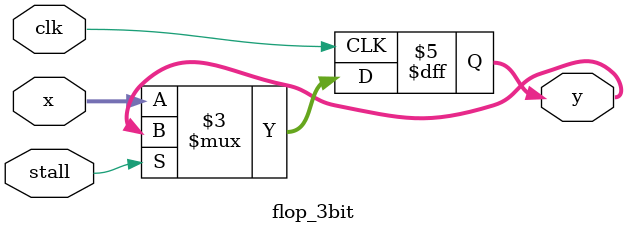
<source format=v>
module flop_3bit(stall, x, y,clk);
input stall,clk;
input [2:0] x;
output reg [2:0]y;

always @(posedge clk)begin
if(stall)
y<=y;
else
y<=x;

end
endmodule

</source>
